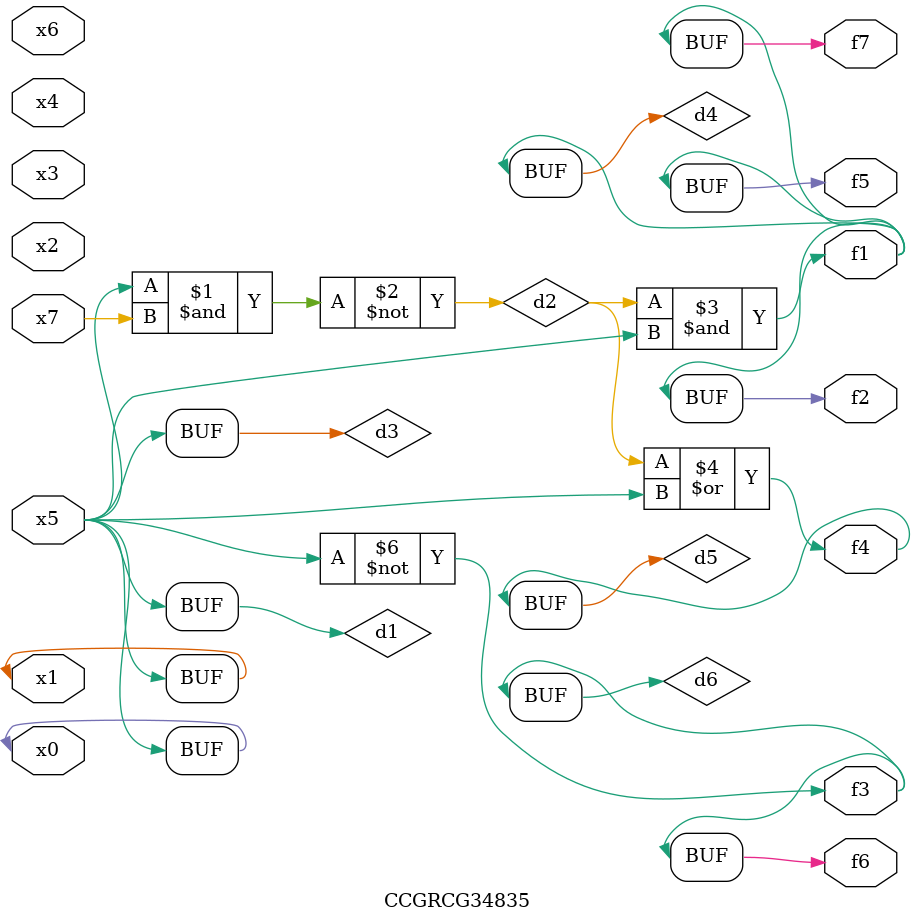
<source format=v>
module CCGRCG34835(
	input x0, x1, x2, x3, x4, x5, x6, x7,
	output f1, f2, f3, f4, f5, f6, f7
);

	wire d1, d2, d3, d4, d5, d6;

	buf (d1, x0, x5);
	nand (d2, x5, x7);
	buf (d3, x0, x1);
	and (d4, d2, d3);
	or (d5, d2, d3);
	nor (d6, d1, d3);
	assign f1 = d4;
	assign f2 = d4;
	assign f3 = d6;
	assign f4 = d5;
	assign f5 = d4;
	assign f6 = d6;
	assign f7 = d4;
endmodule

</source>
